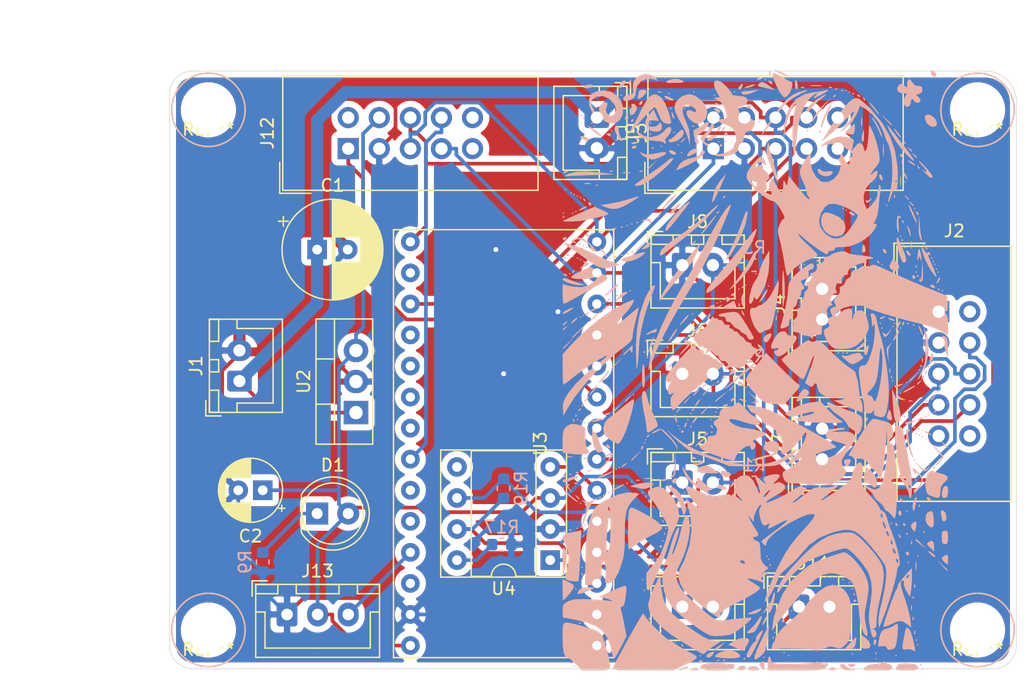
<source format=kicad_pcb>
(kicad_pcb (version 20171130) (host pcbnew "(5.1.2)-2")
  (layers (0 F.Cu signal) (31 B.Cu signal) (34 B.Paste user) (35 F.Paste user) (36 B.SilkS user) (37 F.SilkS user) (38 B.Mask user) (39 F.Mask user) (44 Edge.Cuts user))
  (net 0 "")
  (net 1 +BATT)
  (net 2 GND)
  (net 3 +5V)
  (net 4 "Net-(D1-Pad1)")
  (net 5 "Net-(J2-Pad10)")
  (net 6 "Net-(J2-Pad9)")
  (net 7 /CS0)
  (net 8 /DOUT)
  (net 9 /SCK)
  (net 10 /DIN)
  (net 11 "Net-(J2-Pad2)")
  (net 12 /Busy0)
  (net 13 "Net-(J5-Pad2)")
  (net 14 "Net-(J6-Pad2)")
  (net 15 "Net-(J8-Pad2)")
  (net 16 /Busy1)
  (net 17 "Net-(J9-Pad2)")
  (net 18 /CS1)
  (net 19 "Net-(J9-Pad9)")
  (net 20 "Net-(J9-Pad10)")
  (net 21 /canH)
  (net 22 /canL)
  (net 23 /Busy2)
  (net 24 "Net-(J12-Pad2)")
  (net 25 /CS2)
  (net 26 "Net-(J12-Pad9)")
  (net 27 "Net-(J12-Pad10)")
  (net 28 "Net-(J13-Pad3)")
  (net 29 "Net-(R17-Pad2)")
  (net 30 "Net-(U3-Pad2)")
  (net 31 "Net-(U3-Pad3)")
  (net 32 /cantx)
  (net 33 /canrx)
  (net 34 "Net-(U3-Pad16)")
  (net 35 "Net-(U3-Pad18)")
  (net 36 "Net-(U3-Pad19)")
  (net 37 "Net-(U3-Pad20)")
  (net 38 "Net-(U3-Pad21)")
  (net 39 "Net-(U3-Pad23)")
  (net 40 "Net-(U3-Pad24)")
  (net 41 +3V3)
  (net 42 "Net-(U4-Pad5)")
  (module Logo:monobeno (layer B.Cu) (at 153.67 127.635 180)
    (fp_text reference G*** hide)
    (fp_text value LOGO hide)
  )
  (module Yoshiko:hole (layer F.Cu) (at 108.585 106.045)
    (fp_text reference REF** (at 0 1.6) (layer F.SilkS))
    (fp_text value hole)
    (pad "" np_thru_hole circle (at 0 0) (size 3.5 3.5) (drill 3.5) (layers *.Cu *.Mask))
  )
  (module Yoshiko:hole (layer F.Cu) (at 108.585 148.59)
    (fp_text reference REF** (at 0 1.6) (layer F.SilkS))
    (fp_text value hole)
    (pad "" np_thru_hole circle (at 0 0) (size 3.5 3.5) (drill 3.5) (layers *.Cu *.Mask))
  )
  (module Yoshiko:hole (layer F.Cu) (at 171.45 148.59)
    (fp_text reference REF** (at 0 1.6) (layer F.SilkS))
    (fp_text value hole)
    (pad "" np_thru_hole circle (at 0 0) (size 3.5 3.5) (drill 3.5) (layers *.Cu *.Mask))
  )
  (module Yoshiko:hole (layer F.Cu) (at 171.45 106.045)
    (fp_text reference REF** (at 0 1.6) (layer F.SilkS))
    (fp_text value hole)
    (pad "" np_thru_hole circle (at 0 0) (size 3.5 3.5) (drill 3.5) (layers *.Cu *.Mask))
  )
  (module Capacitor_THT:CP_Radial_D8.0mm_P2.50mm (layer F.Cu) (at 117.475 117.475)
    (fp_text reference C1 (at 1.25 -5.25) (layer F.SilkS))
    (fp_text value 220u)
    (pad 1 thru_hole rect (at 0 0) (size 1.6 1.6) (drill 0.8) (layers *.Cu *.Mask) (net 1 +BATT))
    (pad 2 thru_hole circle (at 2.5 0) (size 1.6 1.6) (drill 0.8) (layers *.Cu *.Mask) (net 2 GND))
  )
  (module Capacitor_THT:CP_Radial_D5.0mm_P2.00mm (layer F.Cu) (at 113.03 137.16 180)
    (fp_text reference C2 (at 1 -3.75) (layer F.SilkS))
    (fp_text value 100u)
    (pad 1 thru_hole rect (at 0 0 180) (size 1.6 1.6) (drill 0.8) (layers *.Cu *.Mask) (net 3 +5V))
    (pad 2 thru_hole circle (at 2 0 180) (size 1.6 1.6) (drill 0.8) (layers *.Cu *.Mask) (net 2 GND))
  )
  (module Connector_JST:JST_XH_B2B-XH-A_1x02_P2.50mm_Vertical (layer F.Cu) (at 111.125 128.23 90)
    (fp_text reference J1 (at 1.25 -3.55 90) (layer F.SilkS))
    (fp_text value battery)
    (pad 1 thru_hole roundrect (at 0 0 90) (size 1.7 2) (drill 1) (layers *.Cu *.Mask) (roundrect_rratio 0.147059) (net 1 +BATT))
    (pad 2 thru_hole oval (at 2.5 0 90) (size 1.7 2) (drill 1) (layers *.Cu *.Mask) (net 2 GND))
  )
  (module Connector_IDC:IDC-Header_2x05_P2.54mm_Vertical (layer F.Cu) (at 168.275 122.555)
    (fp_text reference J2 (at 1.27 -6.604) (layer F.SilkS))
    (fp_text value step0)
    (pad 10 thru_hole oval (at 2.54 10.16) (size 1.7272 1.7272) (drill 1.016) (layers *.Cu *.Mask) (net 5 "Net-(J2-Pad10)"))
    (pad 9 thru_hole oval (at 0 10.16) (size 1.7272 1.7272) (drill 1.016) (layers *.Cu *.Mask) (net 6 "Net-(J2-Pad9)"))
    (pad 8 thru_hole oval (at 2.54 7.62) (size 1.7272 1.7272) (drill 1.016) (layers *.Cu *.Mask) (net 7 /CS0))
    (pad 7 thru_hole oval (at 0 7.62) (size 1.7272 1.7272) (drill 1.016) (layers *.Cu *.Mask) (net 8 /DOUT))
    (pad 6 thru_hole oval (at 2.54 5.08) (size 1.7272 1.7272) (drill 1.016) (layers *.Cu *.Mask) (net 9 /SCK))
    (pad 5 thru_hole oval (at 0 5.08) (size 1.7272 1.7272) (drill 1.016) (layers *.Cu *.Mask) (net 10 /DIN))
    (pad 4 thru_hole oval (at 2.54 2.54) (size 1.7272 1.7272) (drill 1.016) (layers *.Cu *.Mask) (net 3 +5V))
    (pad 3 thru_hole oval (at 0 2.54) (size 1.7272 1.7272) (drill 1.016) (layers *.Cu *.Mask) (net 2 GND))
    (pad 2 thru_hole oval (at 2.54 0) (size 1.7272 1.7272) (drill 1.016) (layers *.Cu *.Mask) (net 11 "Net-(J2-Pad2)"))
    (pad 1 thru_hole rect (at 0 0) (size 1.7272 1.7272) (drill 1.016) (layers *.Cu *.Mask) (net 12 /Busy0))
  )
  (module Connector_JST:JST_XH_B2B-XH-A_1x02_P2.50mm_Vertical (layer F.Cu) (at 140.335 106.68 270)
    (fp_text reference J3 (at 1.25 -3.55 90) (layer F.SilkS))
    (fp_text value pw)
    (pad 1 thru_hole roundrect (at 0 0 270) (size 1.7 2) (drill 1) (layers *.Cu *.Mask) (roundrect_rratio 0.147059) (net 1 +BATT))
    (pad 2 thru_hole oval (at 2.5 0 270) (size 1.7 2) (drill 1) (layers *.Cu *.Mask) (net 2 GND))
  )
  (module Connector_JST:JST_XH_B2B-XH-A_1x02_P2.50mm_Vertical (layer F.Cu) (at 158.75 123.19 90)
    (fp_text reference J4 (at 1.25 -3.55 90) (layer F.SilkS))
    (fp_text value pw)
    (pad 2 thru_hole oval (at 2.5 0 90) (size 1.7 2) (drill 1) (layers *.Cu *.Mask) (net 2 GND))
    (pad 1 thru_hole roundrect (at 0 0 90) (size 1.7 2) (drill 1) (layers *.Cu *.Mask) (roundrect_rratio 0.147059) (net 1 +BATT))
  )
  (module Connector_JST:JST_XH_B2B-XH-A_1x02_P2.50mm_Vertical (layer F.Cu) (at 147.32 136.525)
    (fp_text reference J5 (at 1.25 -3.55) (layer F.SilkS))
    (fp_text value limit0)
    (pad 2 thru_hole oval (at 2.5 0) (size 1.7 2) (drill 1) (layers *.Cu *.Mask) (net 13 "Net-(J5-Pad2)"))
    (pad 1 thru_hole roundrect (at 0 0) (size 1.7 2) (drill 1) (layers *.Cu *.Mask) (roundrect_rratio 0.147059) (net 2 GND))
  )
  (module Connector_JST:JST_XH_B2B-XH-A_1x02_P2.50mm_Vertical (layer F.Cu) (at 147.32 127.635)
    (fp_text reference J6 (at 1.25 -3.55) (layer F.SilkS))
    (fp_text value limit1)
    (pad 1 thru_hole roundrect (at 0 0) (size 1.7 2) (drill 1) (layers *.Cu *.Mask) (roundrect_rratio 0.147059) (net 2 GND))
    (pad 2 thru_hole oval (at 2.5 0) (size 1.7 2) (drill 1) (layers *.Cu *.Mask) (net 14 "Net-(J6-Pad2)"))
  )
  (module Connector_JST:JST_XH_B2B-XH-A_1x02_P2.50mm_Vertical (layer F.Cu) (at 158.75 134.62 90)
    (fp_text reference J7 (at 1.25 -3.55 90) (layer F.SilkS))
    (fp_text value pw)
    (pad 1 thru_hole roundrect (at 0 0 90) (size 1.7 2) (drill 1) (layers *.Cu *.Mask) (roundrect_rratio 0.147059) (net 1 +BATT))
    (pad 2 thru_hole oval (at 2.5 0 90) (size 1.7 2) (drill 1) (layers *.Cu *.Mask) (net 2 GND))
  )
  (module Connector_JST:JST_XH_B2B-XH-A_1x02_P2.50mm_Vertical (layer F.Cu) (at 147.32 118.745)
    (fp_text reference J8 (at 1.25 -3.55) (layer F.SilkS))
    (fp_text value limit2)
    (pad 2 thru_hole oval (at 2.5 0) (size 1.7 2) (drill 1) (layers *.Cu *.Mask) (net 15 "Net-(J8-Pad2)"))
    (pad 1 thru_hole roundrect (at 0 0) (size 1.7 2) (drill 1) (layers *.Cu *.Mask) (roundrect_rratio 0.147059) (net 2 GND))
  )
  (module Connector_IDC:IDC-Header_2x05_P2.54mm_Vertical (layer F.Cu) (at 149.86 109.22 90)
    (fp_text reference J9 (at 1.27 -6.604 90) (layer F.SilkS))
    (fp_text value step1)
    (pad 1 thru_hole rect (at 0 0 90) (size 1.7272 1.7272) (drill 1.016) (layers *.Cu *.Mask) (net 16 /Busy1))
    (pad 2 thru_hole oval (at 2.54 0 90) (size 1.7272 1.7272) (drill 1.016) (layers *.Cu *.Mask) (net 17 "Net-(J9-Pad2)"))
    (pad 3 thru_hole oval (at 0 2.54 90) (size 1.7272 1.7272) (drill 1.016) (layers *.Cu *.Mask) (net 2 GND))
    (pad 4 thru_hole oval (at 2.54 2.54 90) (size 1.7272 1.7272) (drill 1.016) (layers *.Cu *.Mask) (net 3 +5V))
    (pad 5 thru_hole oval (at 0 5.08 90) (size 1.7272 1.7272) (drill 1.016) (layers *.Cu *.Mask) (net 10 /DIN))
    (pad 6 thru_hole oval (at 2.54 5.08 90) (size 1.7272 1.7272) (drill 1.016) (layers *.Cu *.Mask) (net 9 /SCK))
    (pad 7 thru_hole oval (at 0 7.62 90) (size 1.7272 1.7272) (drill 1.016) (layers *.Cu *.Mask) (net 8 /DOUT))
    (pad 8 thru_hole oval (at 2.54 7.62 90) (size 1.7272 1.7272) (drill 1.016) (layers *.Cu *.Mask) (net 18 /CS1))
    (pad 9 thru_hole oval (at 0 10.16 90) (size 1.7272 1.7272) (drill 1.016) (layers *.Cu *.Mask) (net 19 "Net-(J9-Pad9)"))
    (pad 10 thru_hole oval (at 2.54 10.16 90) (size 1.7272 1.7272) (drill 1.016) (layers *.Cu *.Mask) (net 20 "Net-(J9-Pad10)"))
  )
  (module Connector_JST:JST_XH_B2B-XH-A_1x02_P2.50mm_Vertical (layer F.Cu) (at 147.32 146.685)
    (fp_text reference J10 (at 1.25 -3.55) (layer F.SilkS))
    (fp_text value can1)
    (pad 2 thru_hole oval (at 2.5 0) (size 1.7 2) (drill 1) (layers *.Cu *.Mask) (net 21 /canH))
    (pad 1 thru_hole roundrect (at 0 0) (size 1.7 2) (drill 1) (layers *.Cu *.Mask) (roundrect_rratio 0.147059) (net 22 /canL))
  )
  (module Connector_JST:JST_XH_B2B-XH-A_1x02_P2.50mm_Vertical (layer F.Cu) (at 156.845 146.685)
    (fp_text reference J11 (at 1.25 -3.55) (layer F.SilkS))
    (fp_text value can2)
    (pad 1 thru_hole roundrect (at 0 0) (size 1.7 2) (drill 1) (layers *.Cu *.Mask) (roundrect_rratio 0.147059) (net 22 /canL))
    (pad 2 thru_hole oval (at 2.5 0) (size 1.7 2) (drill 1) (layers *.Cu *.Mask) (net 21 /canH))
  )
  (module Connector_IDC:IDC-Header_2x05_P2.54mm_Vertical (layer F.Cu) (at 120.015 109.22 90)
    (fp_text reference J12 (at 1.27 -6.604 90) (layer F.SilkS))
    (fp_text value step2)
    (pad 1 thru_hole rect (at 0 0 90) (size 1.7272 1.7272) (drill 1.016) (layers *.Cu *.Mask) (net 23 /Busy2))
    (pad 2 thru_hole oval (at 2.54 0 90) (size 1.7272 1.7272) (drill 1.016) (layers *.Cu *.Mask) (net 24 "Net-(J12-Pad2)"))
    (pad 3 thru_hole oval (at 0 2.54 90) (size 1.7272 1.7272) (drill 1.016) (layers *.Cu *.Mask) (net 2 GND))
    (pad 4 thru_hole oval (at 2.54 2.54 90) (size 1.7272 1.7272) (drill 1.016) (layers *.Cu *.Mask) (net 3 +5V))
    (pad 5 thru_hole oval (at 0 5.08 90) (size 1.7272 1.7272) (drill 1.016) (layers *.Cu *.Mask) (net 10 /DIN))
    (pad 6 thru_hole oval (at 2.54 5.08 90) (size 1.7272 1.7272) (drill 1.016) (layers *.Cu *.Mask) (net 9 /SCK))
    (pad 7 thru_hole oval (at 0 7.62 90) (size 1.7272 1.7272) (drill 1.016) (layers *.Cu *.Mask) (net 8 /DOUT))
    (pad 8 thru_hole oval (at 2.54 7.62 90) (size 1.7272 1.7272) (drill 1.016) (layers *.Cu *.Mask) (net 25 /CS2))
    (pad 9 thru_hole oval (at 0 10.16 90) (size 1.7272 1.7272) (drill 1.016) (layers *.Cu *.Mask) (net 26 "Net-(J12-Pad9)"))
    (pad 10 thru_hole oval (at 2.54 10.16 90) (size 1.7272 1.7272) (drill 1.016) (layers *.Cu *.Mask) (net 27 "Net-(J12-Pad10)"))
  )
  (module Connector_JST:JST_XH_B3B-XH-A_1x03_P2.50mm_Vertical (layer F.Cu) (at 115.015 147.32)
    (fp_text reference J13 (at 2.5 -3.55) (layer F.SilkS))
    (fp_text value Servo)
    (pad 1 thru_hole roundrect (at 0 0) (size 1.7 1.95) (drill 0.95) (layers *.Cu *.Mask) (roundrect_rratio 0.147059) (net 2 GND))
    (pad 2 thru_hole oval (at 2.5 0) (size 1.7 1.95) (drill 0.95) (layers *.Cu *.Mask) (net 3 +5V))
    (pad 3 thru_hole oval (at 5 0) (size 1.7 1.95) (drill 0.95) (layers *.Cu *.Mask) (net 28 "Net-(J13-Pad3)"))
  )
  (module Resistor_SMD:R_0603_1608Metric (layer B.Cu) (at 153.188 136.525 180)
    (fp_text reference R1 (at 0 1.43) (layer B.SilkS) (effects (justify mirror)))
    (fp_text value R)
    (pad 2 smd roundrect (at 0.7875 0 180) (size 0.875 0.95) (layers B.Cu B.Paste B.Mask) (net 13 "Net-(J5-Pad2)"))
    (pad 1 smd roundrect (at -0.7875 0 180) (size 0.875 0.95) (layers B.Cu B.Paste B.Mask) (net 3 +5V))
  )
  (module Resistor_SMD:R_0603_1608Metric (layer B.Cu) (at 153.188 127.635 180)
    (fp_text reference R2 (at 0 1.43 180) (layer B.SilkS) (effects (justify mirror)))
    (fp_text value R)
    (pad 1 smd roundrect (at -0.7875 0 180) (size 0.875 0.95) (layers B.Cu B.Paste B.Mask) (net 3 +5V))
    (pad 2 smd roundrect (at 0.7875 0 180) (size 0.875 0.95) (layers B.Cu B.Paste B.Mask) (net 14 "Net-(J6-Pad2)"))
  )
  (module Resistor_SMD:R_0603_1608Metric (layer B.Cu) (at 153.188 118.745 180)
    (fp_text reference R3 (at 0 1.43 180) (layer B.SilkS) (effects (justify mirror)))
    (fp_text value R)
    (pad 1 smd roundrect (at -0.7875 0 180) (size 0.875 0.95) (layers B.Cu B.Paste B.Mask) (net 3 +5V))
    (pad 2 smd roundrect (at 0.7875 0 180) (size 0.875 0.95) (layers B.Cu B.Paste B.Mask) (net 15 "Net-(J8-Pad2)"))
  )
  (module Resistor_SMD:R_0603_1608Metric (layer B.Cu) (at 113.03 143.028 270)
    (fp_text reference R9 (at 0 1.43 270) (layer B.SilkS) (effects (justify mirror)))
    (fp_text value 100)
    (pad 2 smd roundrect (at 0.7875 0 270) (size 0.875 0.95) (layers B.Cu B.Paste B.Mask) (net 2 GND))
    (pad 1 smd roundrect (at -0.7875 0 270) (size 0.875 0.95) (layers B.Cu B.Paste B.Mask) (net 4 "Net-(D1-Pad1)"))
  )
  (module Resistor_SMD:R_0603_1608Metric (layer B.Cu) (at 132.562 141.605 180)
    (fp_text reference R17 (at 0 1.43) (layer B.SilkS) (effects (justify mirror)))
    (fp_text value 10k)
    (pad 1 smd roundrect (at -0.7875 0 180) (size 0.875 0.95) (layers B.Cu B.Paste B.Mask) (net 2 GND))
    (pad 2 smd roundrect (at 0.7875 0 180) (size 0.875 0.95) (layers B.Cu B.Paste B.Mask) (net 29 "Net-(R17-Pad2)"))
  )
  (module Resistor_SMD:R_0603_1608Metric (layer B.Cu) (at 132.715 137.008 90)
    (fp_text reference R19 (at 0 1.43 90) (layer B.SilkS) (effects (justify mirror)))
    (fp_text value 120)
    (pad 2 smd roundrect (at 0.7875 0 90) (size 0.875 0.95) (layers B.Cu B.Paste B.Mask) (net 22 /canL))
    (pad 1 smd roundrect (at -0.7875 0 90) (size 0.875 0.95) (layers B.Cu B.Paste B.Mask) (net 21 /canH))
  )
  (module Package_TO_SOT_THT:TO-220-3_Vertical (layer F.Cu) (at 120.65 130.81 90)
    (fp_text reference U2 (at 2.54 -4.27 90) (layer F.SilkS))
    (fp_text value L7805)
    (pad 1 thru_hole rect (at 0 0 90) (size 1.905 2) (drill 1.1) (layers *.Cu *.Mask) (net 1 +BATT))
    (pad 2 thru_hole oval (at 2.54 0 90) (size 1.905 2) (drill 1.1) (layers *.Cu *.Mask) (net 2 GND))
    (pad 3 thru_hole oval (at 5.08 0 90) (size 1.905 2) (drill 1.1) (layers *.Cu *.Mask) (net 3 +5V))
  )
  (module Yoshiko:teensy3.2 (layer F.Cu) (at 132.715 133.35 90)
    (fp_text reference U3 (at 0 3 90) (layer F.SilkS))
    (fp_text value teensy3.2)
    (pad 1 thru_hole circle (at -16.51 7.62 90) (size 1.524 1.524) (drill 0.762) (layers *.Cu *.Mask) (net 2 GND))
    (pad 2 thru_hole circle (at -13.97 7.62 90) (size 1.524 1.524) (drill 0.762) (layers *.Cu *.Mask) (net 30 "Net-(U3-Pad2)"))
    (pad 3 thru_hole circle (at -11.43 7.62 90) (size 1.524 1.524) (drill 0.762) (layers *.Cu *.Mask) (net 31 "Net-(U3-Pad3)"))
    (pad 4 thru_hole circle (at -8.89 7.62 90) (size 1.524 1.524) (drill 0.762) (layers *.Cu *.Mask) (net 13 "Net-(J5-Pad2)"))
    (pad 5 thru_hole circle (at -6.35 7.62 90) (size 1.524 1.524) (drill 0.762) (layers *.Cu *.Mask) (net 32 /cantx))
    (pad 6 thru_hole circle (at -3.81 7.62 90) (size 1.524 1.524) (drill 0.762) (layers *.Cu *.Mask) (net 33 /canrx))
    (pad 7 thru_hole circle (at -1.27 7.62 90) (size 1.524 1.524) (drill 0.762) (layers *.Cu *.Mask) (net 14 "Net-(J6-Pad2)"))
    (pad 8 thru_hole circle (at 1.27 7.62 90) (size 1.524 1.524) (drill 0.762) (layers *.Cu *.Mask) (net 15 "Net-(J8-Pad2)"))
    (pad 9 thru_hole circle (at 3.81 7.62 90) (size 1.524 1.524) (drill 0.762) (layers *.Cu *.Mask) (net 23 /Busy2))
    (pad 10 thru_hole circle (at 6.35 7.62 90) (size 1.524 1.524) (drill 0.762) (layers *.Cu *.Mask) (net 16 /Busy1))
    (pad 11 thru_hole circle (at 8.89 7.62 90) (size 1.524 1.524) (drill 0.762) (layers *.Cu *.Mask) (net 12 /Busy0))
    (pad 12 thru_hole circle (at 11.43 7.62 90) (size 1.524 1.524) (drill 0.762) (layers *.Cu *.Mask) (net 7 /CS0))
    (pad 13 thru_hole circle (at 13.97 7.62 90) (size 1.524 1.524) (drill 0.762) (layers *.Cu *.Mask) (net 8 /DOUT))
    (pad 14 thru_hole circle (at 16.51 7.62 90) (size 1.524 1.524) (drill 0.762) (layers *.Cu *.Mask) (net 10 /DIN))
    (pad 15 thru_hole circle (at 16.51 -7.62 90) (size 1.524 1.524) (drill 0.762) (layers *.Cu *.Mask) (net 9 /SCK))
    (pad 16 thru_hole circle (at 13.97 -7.62 90) (size 1.524 1.524) (drill 0.762) (layers *.Cu *.Mask) (net 34 "Net-(U3-Pad16)"))
    (pad 17 thru_hole circle (at 11.43 -7.62 90) (size 1.524 1.524) (drill 0.762) (layers *.Cu *.Mask) (net 18 /CS1))
    (pad 18 thru_hole circle (at 8.89 -7.62 90) (size 1.524 1.524) (drill 0.762) (layers *.Cu *.Mask) (net 35 "Net-(U3-Pad18)"))
    (pad 19 thru_hole circle (at 6.35 -7.62 90) (size 1.524 1.524) (drill 0.762) (layers *.Cu *.Mask) (net 36 "Net-(U3-Pad19)"))
    (pad 20 thru_hole circle (at 3.81 -7.62 90) (size 1.524 1.524) (drill 0.762) (layers *.Cu *.Mask) (net 37 "Net-(U3-Pad20)"))
    (pad 21 thru_hole circle (at 1.27 -7.62 90) (size 1.524 1.524) (drill 0.762) (layers *.Cu *.Mask) (net 38 "Net-(U3-Pad21)"))
    (pad 22 thru_hole circle (at -1.27 -7.62 90) (size 1.524 1.524) (drill 0.762) (layers *.Cu *.Mask) (net 25 /CS2))
    (pad 23 thru_hole circle (at -3.81 -7.62 90) (size 1.524 1.524) (drill 0.762) (layers *.Cu *.Mask) (net 39 "Net-(U3-Pad23)"))
    (pad 24 thru_hole circle (at -6.35 -7.62 90) (size 1.524 1.524) (drill 0.762) (layers *.Cu *.Mask) (net 40 "Net-(U3-Pad24)"))
    (pad 25 thru_hole circle (at -8.89 -7.62 90) (size 1.524 1.524) (drill 0.762) (layers *.Cu *.Mask) (net 28 "Net-(J13-Pad3)"))
    (pad 26 thru_hole circle (at -11.43 -7.62 90) (size 1.524 1.524) (drill 0.762) (layers *.Cu *.Mask) (net 41 +3V3))
    (pad 27 thru_hole circle (at -13.97 -7.62 90) (size 1.524 1.524) (drill 0.762) (layers *.Cu *.Mask) (net 2 GND))
    (pad 28 thru_hole circle (at -16.51 -7.62 90) (size 1.524 1.524) (drill 0.762) (layers *.Cu *.Mask) (net 3 +5V))
  )
  (module Package_DIP:DIP-8_W7.62mm_Socket (layer F.Cu) (at 136.525 142.875 180)
    (fp_text reference U4 (at 3.81 -2.33) (layer F.SilkS))
    (fp_text value MCP2551-I-P)
    (pad 1 thru_hole rect (at 0 0 180) (size 1.6 1.6) (drill 0.8) (layers *.Cu *.Mask) (net 32 /cantx))
    (pad 5 thru_hole oval (at 7.62 7.62 180) (size 1.6 1.6) (drill 0.8) (layers *.Cu *.Mask) (net 42 "Net-(U4-Pad5)"))
    (pad 2 thru_hole oval (at 0 2.54 180) (size 1.6 1.6) (drill 0.8) (layers *.Cu *.Mask) (net 2 GND))
    (pad 6 thru_hole oval (at 7.62 5.08 180) (size 1.6 1.6) (drill 0.8) (layers *.Cu *.Mask) (net 22 /canL))
    (pad 3 thru_hole oval (at 0 5.08 180) (size 1.6 1.6) (drill 0.8) (layers *.Cu *.Mask) (net 3 +5V))
    (pad 7 thru_hole oval (at 7.62 2.54 180) (size 1.6 1.6) (drill 0.8) (layers *.Cu *.Mask) (net 21 /canH))
    (pad 4 thru_hole oval (at 0 7.62 180) (size 1.6 1.6) (drill 0.8) (layers *.Cu *.Mask) (net 33 /canrx))
    (pad 8 thru_hole oval (at 7.62 0 180) (size 1.6 1.6) (drill 0.8) (layers *.Cu *.Mask) (net 29 "Net-(R17-Pad2)"))
  )
  (module LED_THT:LED_D5.0mm (layer F.Cu) (at 117.475 139.065)
    (fp_text reference D1 (at 1.27 -3.96) (layer F.SilkS))
    (fp_text value LED_power)
    (pad 1 thru_hole rect (at 0 0) (size 1.8 1.8) (drill 0.9) (layers *.Cu *.Mask) (net 4 "Net-(D1-Pad1)"))
    (pad 2 thru_hole circle (at 2.54 0) (size 1.8 1.8) (drill 0.9) (layers *.Cu *.Mask) (net 3 +5V))
  )
  (gr_line (start 107.315 151.765) (end 172.72 151.765) (layer Edge.Cuts) (width 0.05))
  (gr_line (start 105.41 104.775) (end 105.41 149.86) (layer Edge.Cuts) (width 0.05))
  (gr_line (start 172.085 102.87) (end 107.315 102.87) (layer Edge.Cuts) (width 0.05))
  (gr_line (start 174.625 149.86) (end 174.625 105.41) (layer Edge.Cuts) (width 0.05))
  (gr_arc (start 172.72 149.86) (end 172.72 151.765) (angle -90) (layer Edge.Cuts) (width 0.05))
  (gr_arc (start 107.315 149.86) (end 105.41 149.86) (angle -90) (layer Edge.Cuts) (width 0.05))
  (gr_arc (start 107.315 104.775) (end 107.315 102.87) (angle -90) (layer Edge.Cuts) (width 0.05))
  (gr_arc (start 172.085 105.41) (end 174.625 105.41) (angle -90) (layer Edge.Cuts) (width 0.05))
  (segment (start 111.125 128.23) (end 113.705 130.81) (width 0.3) (layer F.Cu) (net 1))
  (segment (start 113.705 130.81) (end 120.65 130.81) (width 0.3) (layer F.Cu) (net 1))
  (segment (start 117.475 121.88) (end 117.475 117.475) (width 1) (layer B.Cu) (net 1))
  (segment (start 111.125 128.23) (end 117.475 121.88) (width 1) (layer B.Cu) (net 1))
  (segment (start 139.429447 105.774447) (end 140.335 106.68) (width 1) (layer B.Cu) (net 1))
  (segment (start 138.25519 104.60019) (end 139.429447 105.774447) (width 1) (layer B.Cu) (net 1))
  (segment (start 119.78068 104.60019) (end 138.25519 104.60019) (width 1) (layer B.Cu) (net 1))
  (segment (start 117.475 106.90587) (end 119.78068 104.60019) (width 1) (layer B.Cu) (net 1))
  (segment (start 117.475 117.475) (end 117.475 106.90587) (width 1) (layer B.Cu) (net 1))
  (segment (start 161.583601 120.356399) (end 158.75 123.19) (width 1) (layer B.Cu) (net 1))
  (segment (start 161.583601 105.929471) (end 161.583601 120.356399) (width 1) (layer B.Cu) (net 1))
  (segment (start 160.42913 104.775) (end 161.583601 105.929471) (width 1) (layer B.Cu) (net 1))
  (segment (start 140.335 106.68) (end 142.24 104.775) (width 1) (layer B.Cu) (net 1))
  (segment (start 142.24 104.775) (end 160.42913 104.775) (width 1) (layer B.Cu) (net 1))
  (segment (start 159.655553 133.714447) (end 158.75 134.62) (width 1) (layer B.Cu) (net 1))
  (segment (start 160.45001 132.91999) (end 159.655553 133.714447) (width 1) (layer B.Cu) (net 1))
  (segment (start 160.45001 131.477965) (end 160.45001 132.91999) (width 1) (layer B.Cu) (net 1))
  (segment (start 158.75 129.777955) (end 160.45001 131.477965) (width 1) (layer B.Cu) (net 1))
  (segment (start 158.75 123.19) (end 158.75 129.777955) (width 1) (layer B.Cu) (net 1))
  (segment (start 147.32 118.745) (end 147.32 115.5139) (width 0.3) (layer B.Cu) (net 2))
  (segment (start 147.32 115.5139) (end 152.4 110.4339) (width 0.3) (layer B.Cu) (net 2))
  (segment (start 152.4 109.22) (end 152.4 110.4339) (width 0.3) (layer B.Cu) (net 2))
  (segment (start 111.125 126.0574) (end 111.0346 126.0574) (width 0.3) (layer F.Cu) (net 2))
  (segment (start 111.0346 126.0574) (end 109.7109 127.3811) (width 0.3) (layer F.Cu) (net 2))
  (segment (start 109.7109 127.3811) (end 109.7109 135.8409) (width 0.3) (layer F.Cu) (net 2))
  (segment (start 109.7109 135.8409) (end 111.03 137.16) (width 0.3) (layer F.Cu) (net 2))
  (segment (start 120.65 128.27) (end 118.4374 126.0574) (width 0.3) (layer F.Cu) (net 2))
  (segment (start 118.4374 126.0574) (end 111.125 126.0574) (width 0.3) (layer F.Cu) (net 2))
  (segment (start 158.75 120.69) (end 149.265 120.69) (width 0.3) (layer F.Cu) (net 2))
  (segment (start 149.265 120.69) (end 147.32 118.745) (width 0.3) (layer F.Cu) (net 2))
  (segment (start 136.525 140.335) (end 135.3747 140.335) (width 0.3) (layer B.Cu) (net 2))
  (segment (start 135.3747 140.335) (end 134.1047 141.605) (width 0.3) (layer B.Cu) (net 2))
  (segment (start 134.1047 141.605) (end 133.3495 141.605) (width 0.3) (layer B.Cu) (net 2))
  (segment (start 133.3495 142.8745) (end 133.3495 141.605) (width 0.3) (layer B.Cu) (net 2))
  (segment (start 140.335 149.86) (end 133.3495 142.8745) (width 0.3) (layer B.Cu) (net 2))
  (segment (start 133.3495 142.8745) (end 128.904 147.32) (width 0.3) (layer B.Cu) (net 2))
  (segment (start 128.904 147.32) (end 125.095 147.32) (width 0.3) (layer B.Cu) (net 2))
  (segment (start 111.125 125.73) (end 111.125 126.0574) (width 0.3) (layer F.Cu) (net 2))
  (segment (start 111.03 137.16) (end 111.03 141.8155) (width 0.3) (layer B.Cu) (net 2))
  (segment (start 111.03 141.8155) (end 113.03 143.8155) (width 0.3) (layer B.Cu) (net 2))
  (segment (start 115.015 147.32) (end 116.3534 145.9816) (width 0.3) (layer F.Cu) (net 2))
  (segment (start 116.3534 145.9816) (end 123.7566 145.9816) (width 0.3) (layer F.Cu) (net 2))
  (segment (start 123.7566 145.9816) (end 125.095 147.32) (width 0.3) (layer F.Cu) (net 2))
  (segment (start 147.32 127.635) (end 147.32 136.525) (width 0.3) (layer B.Cu) (net 2))
  (segment (start 113.03 143.8155) (end 113.03 145.335) (width 0.3) (layer B.Cu) (net 2))
  (segment (start 113.03 145.335) (end 115.015 147.32) (width 0.3) (layer B.Cu) (net 2))
  (segment (start 136.525 140.335) (end 137.6753 140.335) (width 0.3) (layer F.Cu) (net 2))
  (segment (start 137.6753 140.335) (end 139.5803 138.43) (width 0.3) (layer F.Cu) (net 2))
  (segment (start 139.5803 138.43) (end 145.415 138.43) (width 0.3) (layer F.Cu) (net 2))
  (segment (start 145.415 138.43) (end 147.32 136.525) (width 0.3) (layer F.Cu) (net 2))
  (segment (start 119.975 117.475) (end 119.175 116.675) (width 1) (layer F.Cu) (net 2))
  (segment (start 119.175 116.675) (end 119.175 116.315) (width 1) (layer F.Cu) (net 2))
  (segment (start 119.175 116.315) (end 118.835 115.975) (width 1) (layer F.Cu) (net 2))
  (segment (start 116.114998 115.975) (end 117.245 115.975) (width 1) (layer F.Cu) (net 2))
  (segment (start 111.125 120.964998) (end 116.114998 115.975) (width 1) (layer F.Cu) (net 2))
  (segment (start 111.125 125.73) (end 111.125 120.964998) (width 1) (layer F.Cu) (net 2))
  (segment (start 118.835 115.975) (end 117.245 115.975) (width 1) (layer F.Cu) (net 2))
  (segment (start 160.25962 104.60549) (end 161.583601 105.929471) (width 1) (layer F.Cu) (net 2))
  (segment (start 161.583601 127.436399) (end 158.75 130.27) (width 1) (layer F.Cu) (net 2))
  (segment (start 115.8 108.58087) (end 119.77538 104.60549) (width 1) (layer F.Cu) (net 2))
  (segment (start 115.8 115.975) (end 115.8 108.58087) (width 1) (layer F.Cu) (net 2))
  (segment (start 117.245 115.975) (end 115.8 115.975) (width 1) (layer F.Cu) (net 2))
  (segment (start 158.75 130.27) (end 158.75 132.12) (width 1) (layer F.Cu) (net 2))
  (segment (start 161.25 120.69) (end 161.583601 120.356399) (width 1) (layer F.Cu) (net 2))
  (segment (start 158.75 120.69) (end 161.25 120.69) (width 1) (layer F.Cu) (net 2))
  (segment (start 161.583601 105.929471) (end 161.583601 120.356399) (width 1) (layer F.Cu) (net 2))
  (segment (start 161.925 125.095) (end 161.583601 124.753601) (width 0.3) (layer F.Cu) (net 2))
  (segment (start 168.275 125.095) (end 161.925 125.095) (width 0.3) (layer F.Cu) (net 2))
  (segment (start 161.583601 120.356399) (end 161.583601 124.753601) (width 1) (layer F.Cu) (net 2))
  (segment (start 161.583601 124.753601) (end 161.583601 127.436399) (width 1) (layer F.Cu) (net 2))
  (segment (start 123.881399 105.014581) (end 124.29049 104.60549) (width 0.3) (layer F.Cu) (net 2))
  (segment (start 123.881399 107.893601) (end 123.881399 105.014581) (width 0.3) (layer F.Cu) (net 2))
  (segment (start 122.555 109.22) (end 123.881399 107.893601) (width 0.3) (layer F.Cu) (net 2))
  (segment (start 119.77538 104.60549) (end 124.29049 104.60549) (width 1) (layer F.Cu) (net 2))
  (segment (start 143.04451 106.66401) (end 143.04451 104.60549) (width 1) (layer F.Cu) (net 2))
  (segment (start 140.52852 109.18) (end 143.04451 106.66401) (width 1) (layer F.Cu) (net 2))
  (segment (start 140.335 109.18) (end 140.52852 109.18) (width 1) (layer F.Cu) (net 2))
  (segment (start 124.29049 104.60549) (end 143.04451 104.60549) (width 1) (layer F.Cu) (net 2))
  (segment (start 143.04451 104.60549) (end 160.25962 104.60549) (width 1) (layer F.Cu) (net 2))
  (via (at 132.08 117.475) (size 0.8) (drill 0.4) (layers F.Cu B.Cu) (net 2))
  (via (at 137.16 122.555) (size 0.8) (drill 0.4) (layers F.Cu B.Cu) (net 2))
  (via (at 132.715 127.635) (size 0.8) (drill 0.4) (layers F.Cu B.Cu) (net 2))
  (segment (start 153.9755 118.745) (end 153.67 118.4395) (width 0.3) (layer B.Cu) (net 3))
  (segment (start 153.67 118.4395) (end 153.67 108.6609) (width 0.3) (layer B.Cu) (net 3))
  (segment (start 153.67 108.6609) (end 152.903 107.8939) (width 0.3) (layer B.Cu) (net 3))
  (segment (start 152.903 107.8939) (end 152.4 107.8939) (width 0.3) (layer B.Cu) (net 3))
  (segment (start 153.9755 118.745) (end 153.9755 127.635) (width 0.3) (layer B.Cu) (net 3))
  (segment (start 152.4 106.68) (end 152.4 107.8939) (width 0.3) (layer B.Cu) (net 3))
  (segment (start 153.9755 136.525) (end 154.3494 136.8989) (width 0.3) (layer B.Cu) (net 3))
  (segment (start 154.3494 136.8989) (end 165.8553 136.8989) (width 0.3) (layer B.Cu) (net 3))
  (segment (start 165.8553 136.8989) (end 169.601 133.1532) (width 0.3) (layer B.Cu) (net 3))
  (segment (start 169.601 133.1532) (end 169.601 129.6713) (width 0.3) (layer B.Cu) (net 3))
  (segment (start 169.601 129.6713) (end 170.3673 128.905) (width 0.3) (layer B.Cu) (net 3))
  (segment (start 170.3673 128.905) (end 171.2712 128.905) (width 0.3) (layer B.Cu) (net 3))
  (segment (start 171.2712 128.905) (end 172.0323 128.1439) (width 0.3) (layer B.Cu) (net 3))
  (segment (start 172.0323 128.1439) (end 172.0323 127.0232) (width 0.3) (layer B.Cu) (net 3))
  (segment (start 172.0323 127.0232) (end 171.318 126.3089) (width 0.3) (layer B.Cu) (net 3))
  (segment (start 171.318 126.3089) (end 170.815 126.3089) (width 0.3) (layer B.Cu) (net 3))
  (segment (start 170.815 125.095) (end 170.815 126.3089) (width 0.3) (layer B.Cu) (net 3))
  (segment (start 137.6753 137.795) (end 139.4352 136.0351) (width 0.3) (layer B.Cu) (net 3))
  (segment (start 139.4352 136.0351) (end 142.8221 136.0351) (width 0.3) (layer B.Cu) (net 3))
  (segment (start 142.8221 136.0351) (end 144.7036 137.9166) (width 0.3) (layer B.Cu) (net 3))
  (segment (start 144.7036 137.9166) (end 152.5839 137.9166) (width 0.3) (layer B.Cu) (net 3))
  (segment (start 152.5839 137.9166) (end 153.9755 136.525) (width 0.3) (layer B.Cu) (net 3))
  (segment (start 136.525 137.795) (end 137.6753 137.795) (width 0.3) (layer B.Cu) (net 3))
  (segment (start 136.525 137.795) (end 135.3747 137.795) (width 0.3) (layer F.Cu) (net 3))
  (segment (start 120.015 139.065) (end 120.5026 138.5774) (width 0.3) (layer F.Cu) (net 3))
  (segment (start 120.5026 138.5774) (end 125.8394 138.5774) (width 0.3) (layer F.Cu) (net 3))
  (segment (start 125.8394 138.5774) (end 126.2127 138.9507) (width 0.3) (layer F.Cu) (net 3))
  (segment (start 126.2127 138.9507) (end 134.219 138.9507) (width 0.3) (layer F.Cu) (net 3))
  (segment (start 134.219 138.9507) (end 135.3747 137.795) (width 0.3) (layer F.Cu) (net 3))
  (segment (start 119.2525 137.16) (end 119.2525 138.3025) (width 0.3) (layer B.Cu) (net 3))
  (segment (start 119.2525 138.3025) (end 120.015 139.065) (width 0.3) (layer B.Cu) (net 3))
  (segment (start 120.65 125.73) (end 119.2525 127.1275) (width 0.3) (layer B.Cu) (net 3))
  (segment (start 119.2525 127.1275) (end 119.2525 137.16) (width 0.3) (layer B.Cu) (net 3))
  (segment (start 119.2525 137.16) (end 114.1803 137.16) (width 0.3) (layer B.Cu) (net 3))
  (segment (start 113.03 137.16) (end 114.1803 137.16) (width 0.3) (layer B.Cu) (net 3))
  (segment (start 117.515 147.32) (end 118.7153 147.32) (width 0.3) (layer F.Cu) (net 3))
  (segment (start 118.7153 147.32) (end 118.7153 147.8451) (width 0.3) (layer F.Cu) (net 3))
  (segment (start 118.7153 147.8451) (end 120.7302 149.86) (width 0.3) (layer F.Cu) (net 3))
  (segment (start 120.7302 149.86) (end 125.095 149.86) (width 0.3) (layer F.Cu) (net 3))
  (segment (start 117.515 147.32) (end 117.515 141.565) (width 0.3) (layer B.Cu) (net 3))
  (segment (start 117.515 141.565) (end 120.015 139.065) (width 0.3) (layer B.Cu) (net 3))
  (segment (start 120.65 125.73) (end 120.65 124.4272) (width 0.3) (layer B.Cu) (net 3))
  (segment (start 121.2372 123.84) (end 120.65 124.4272) (width 0.3) (layer B.Cu) (net 3))
  (segment (start 153.9755 127.635) (end 153.9755 136.525) (width 0.3) (layer B.Cu) (net 3))
  (segment (start 121.228601 112.434201) (end 121.2372 112.4428) (width 0.3) (layer B.Cu) (net 3))
  (segment (start 121.228601 108.006399) (end 121.228601 112.434201) (width 0.3) (layer B.Cu) (net 3))
  (segment (start 122.555 106.68) (end 121.228601 108.006399) (width 0.3) (layer B.Cu) (net 3))
  (segment (start 121.2372 112.4428) (end 121.2372 123.84) (width 0.3) (layer B.Cu) (net 3))
  (segment (start 117.475 139.065) (end 116.2055 139.065) (width 0.3) (layer B.Cu) (net 4))
  (segment (start 116.2055 139.065) (end 113.03 142.2405) (width 0.3) (layer B.Cu) (net 4))
  (segment (start 146.6604 121.92) (end 140.335 121.92) (width 0.3) (layer F.Cu) (net 7))
  (segment (start 152.4563 127.7159) (end 146.6604 121.92) (width 0.3) (layer F.Cu) (net 7))
  (segment (start 170.815 130.175) (end 169.488601 131.501399) (width 0.3) (layer F.Cu) (net 7))
  (segment (start 169.488601 131.501399) (end 166.856801 131.501399) (width 0.3) (layer F.Cu) (net 7))
  (segment (start 166.856801 131.501399) (end 162.5343 135.8239) (width 0.3) (layer F.Cu) (net 7))
  (segment (start 162.5343 135.8239) (end 157.7277 135.8239) (width 0.3) (layer F.Cu) (net 7))
  (segment (start 157.7277 135.8239) (end 152.4563 130.5525) (width 0.3) (layer F.Cu) (net 7))
  (segment (start 152.4563 130.5525) (end 152.4563 127.7159) (width 0.3) (layer F.Cu) (net 7))
  (segment (start 167.0611 130.175) (end 163.8667 133.3694) (width 0.3) (layer F.Cu) (net 8))
  (segment (start 163.8667 133.3694) (end 158.1516 133.3694) (width 0.3) (layer F.Cu) (net 8))
  (segment (start 158.1516 133.3694) (end 153.2067 128.4245) (width 0.3) (layer F.Cu) (net 8))
  (segment (start 153.2067 128.4245) (end 153.2067 127.7172) (width 0.3) (layer F.Cu) (net 8))
  (segment (start 153.2067 127.7172) (end 144.8695 119.38) (width 0.3) (layer F.Cu) (net 8))
  (segment (start 144.8695 119.38) (end 140.335 119.38) (width 0.3) (layer F.Cu) (net 8))
  (segment (start 156.2661 109.22) (end 156.2661 109.723) (width 0.3) (layer F.Cu) (net 8))
  (segment (start 156.2661 109.723) (end 148.96 117.0291) (width 0.3) (layer F.Cu) (net 8))
  (segment (start 148.96 117.0291) (end 146.7665 117.0291) (width 0.3) (layer F.Cu) (net 8))
  (segment (start 146.7665 117.0291) (end 144.8695 118.9261) (width 0.3) (layer F.Cu) (net 8))
  (segment (start 144.8695 118.9261) (end 144.8695 119.38) (width 0.3) (layer F.Cu) (net 8))
  (segment (start 168.275 130.175) (end 167.0611 130.175) (width 0.3) (layer F.Cu) (net 8))
  (segment (start 157.48 109.22) (end 156.2661 109.22) (width 0.3) (layer F.Cu) (net 8))
  (segment (start 127.635 109.22) (end 128.8489 109.22) (width 0.3) (layer B.Cu) (net 8))
  (segment (start 140.335 119.38) (end 138.5059 119.38) (width 0.3) (layer B.Cu) (net 8))
  (segment (start 138.5059 119.38) (end 128.8489 109.723) (width 0.3) (layer B.Cu) (net 8))
  (segment (start 128.8489 109.723) (end 128.8489 109.22) (width 0.3) (layer B.Cu) (net 8))
  (segment (start 170.815 127.635) (end 169.6011 127.635) (width 0.3) (layer B.Cu) (net 9))
  (segment (start 154.94 106.68) (end 154.94 107.8939) (width 0.3) (layer B.Cu) (net 9))
  (segment (start 154.94 107.8939) (end 155.3953 107.8939) (width 0.3) (layer B.Cu) (net 9))
  (segment (start 155.3953 107.8939) (end 156.1539 108.6525) (width 0.3) (layer B.Cu) (net 9))
  (segment (start 156.1539 108.6525) (end 156.1539 134.2459) (width 0.3) (layer B.Cu) (net 9))
  (segment (start 156.1539 134.2459) (end 157.7622 135.8542) (width 0.3) (layer B.Cu) (net 9))
  (segment (start 157.7622 135.8542) (end 162.5658 135.8542) (width 0.3) (layer B.Cu) (net 9))
  (segment (start 162.5658 135.8542) (end 164.8824 133.5376) (width 0.3) (layer B.Cu) (net 9))
  (segment (start 164.8824 133.5376) (end 164.8824 129.2591) (width 0.3) (layer B.Cu) (net 9))
  (segment (start 164.8824 129.2591) (end 167.721 126.4205) (width 0.3) (layer B.Cu) (net 9))
  (segment (start 167.721 126.4205) (end 168.8896 126.4205) (width 0.3) (layer B.Cu) (net 9))
  (segment (start 168.8896 126.4205) (end 169.6011 127.132) (width 0.3) (layer B.Cu) (net 9))
  (segment (start 169.6011 127.132) (end 169.6011 127.635) (width 0.3) (layer B.Cu) (net 9))
  (segment (start 126.365 110.4501) (end 126.365 108.6609) (width 0.3) (layer F.Cu) (net 9))
  (segment (start 126.365 108.6609) (end 125.598 107.8939) (width 0.3) (layer F.Cu) (net 9))
  (segment (start 125.598 107.8939) (end 125.095 107.8939) (width 0.3) (layer F.Cu) (net 9))
  (segment (start 125.095 116.84) (end 126.365 115.57) (width 0.3) (layer F.Cu) (net 9))
  (segment (start 126.365 115.57) (end 126.365 110.4501) (width 0.3) (layer F.Cu) (net 9))
  (segment (start 126.365 110.4501) (end 143.4202 110.4501) (width 0.3) (layer F.Cu) (net 9))
  (segment (start 143.4202 110.4501) (end 148.4148 105.4555) (width 0.3) (layer F.Cu) (net 9))
  (segment (start 148.4148 105.4555) (end 153.0046 105.4555) (width 0.3) (layer F.Cu) (net 9))
  (segment (start 153.0046 105.4555) (end 153.7261 106.177) (width 0.3) (layer F.Cu) (net 9))
  (segment (start 153.7261 106.177) (end 153.7261 106.68) (width 0.3) (layer F.Cu) (net 9))
  (segment (start 125.095 106.68) (end 125.095 107.8939) (width 0.3) (layer F.Cu) (net 9))
  (segment (start 154.94 106.68) (end 153.7261 106.68) (width 0.3) (layer F.Cu) (net 9))
  (segment (start 154.94 110.4339) (end 154.94 133.8152) (width 0.3) (layer B.Cu) (net 10))
  (segment (start 154.94 133.8152) (end 157.5093 136.3845) (width 0.3) (layer B.Cu) (net 10))
  (segment (start 157.5093 136.3845) (end 162.7432 136.3845) (width 0.3) (layer B.Cu) (net 10))
  (segment (start 162.7432 136.3845) (end 165.9387 133.189) (width 0.3) (layer B.Cu) (net 10))
  (segment (start 165.9387 133.189) (end 165.9387 130.7696) (width 0.3) (layer B.Cu) (net 10))
  (segment (start 165.9387 130.7696) (end 167.8594 128.8489) (width 0.3) (layer B.Cu) (net 10))
  (segment (start 167.8594 128.8489) (end 168.275 128.8489) (width 0.3) (layer B.Cu) (net 10))
  (segment (start 153.7261 109.22) (end 153.7261 109.6376) (width 0.3) (layer F.Cu) (net 10))
  (segment (start 153.7261 109.6376) (end 149.0588 114.3049) (width 0.3) (layer F.Cu) (net 10))
  (segment (start 149.0588 114.3049) (end 142.8701 114.3049) (width 0.3) (layer F.Cu) (net 10))
  (segment (start 142.8701 114.3049) (end 140.335 116.84) (width 0.3) (layer F.Cu) (net 10))
  (segment (start 125.095 109.22) (end 125.095 108.0061) (width 0.3) (layer B.Cu) (net 10))
  (segment (start 154.94 109.22) (end 154.94 110.4339) (width 0.3) (layer B.Cu) (net 10))
  (segment (start 168.275 127.635) (end 168.275 128.8489) (width 0.3) (layer B.Cu) (net 10))
  (segment (start 125.095 108.0061) (end 125.5503 108.0061) (width 0.3) (layer B.Cu) (net 10))
  (segment (start 125.5503 108.0061) (end 126.3089 107.2475) (width 0.3) (layer B.Cu) (net 10))
  (segment (start 126.3089 107.2475) (end 126.3089 106.2453) (width 0.3) (layer B.Cu) (net 10))
  (segment (start 126.3089 106.2453) (end 127.104 105.4502) (width 0.3) (layer B.Cu) (net 10))
  (segment (start 127.104 105.4502) (end 130.709 105.4502) (width 0.3) (layer B.Cu) (net 10))
  (segment (start 130.709 105.4502) (end 140.335 115.0762) (width 0.3) (layer B.Cu) (net 10))
  (segment (start 140.335 115.0762) (end 140.335 116.84) (width 0.3) (layer B.Cu) (net 10))
  (segment (start 154.94 109.22) (end 153.7261 109.22) (width 0.3) (layer F.Cu) (net 10))
  (segment (start 151.3137 127.281) (end 148.4927 124.46) (width 0.3) (layer F.Cu) (net 12))
  (segment (start 151.3137 130.1176) (end 151.3137 127.281) (width 0.3) (layer F.Cu) (net 12))
  (segment (start 157.5229 136.3268) (end 151.3137 130.1176) (width 0.3) (layer F.Cu) (net 12))
  (segment (start 168.275 121.3914) (end 169.0164 120.65) (width 0.3) (layer F.Cu) (net 12))
  (segment (start 168.275 122.555) (end 168.275 121.3914) (width 0.3) (layer F.Cu) (net 12))
  (segment (start 172.72 135.255) (end 171.6482 136.3268) (width 0.3) (layer F.Cu) (net 12))
  (segment (start 148.4927 124.46) (end 140.335 124.46) (width 0.3) (layer F.Cu) (net 12))
  (segment (start 171.6482 136.3268) (end 157.5229 136.3268) (width 0.3) (layer F.Cu) (net 12))
  (segment (start 172.085 120.65) (end 172.72 121.285) (width 0.3) (layer F.Cu) (net 12))
  (segment (start 172.72 121.285) (end 172.72 135.255) (width 0.3) (layer F.Cu) (net 12))
  (segment (start 169.0164 120.65) (end 172.085 120.65) (width 0.3) (layer F.Cu) (net 12))
  (segment (start 149.82 136.525) (end 148.6197 136.525) (width 0.3) (layer F.Cu) (net 13))
  (segment (start 140.335 142.24) (end 143.8285 142.24) (width 0.3) (layer F.Cu) (net 13))
  (segment (start 143.8285 142.24) (end 148.6197 137.4488) (width 0.3) (layer F.Cu) (net 13))
  (segment (start 148.6197 137.4488) (end 148.6197 136.525) (width 0.3) (layer F.Cu) (net 13))
  (segment (start 152.4005 136.525) (end 149.82 136.525) (width 0.3) (layer B.Cu) (net 13))
  (segment (start 140.335 134.62) (end 142.5585 134.62) (width 0.3) (layer F.Cu) (net 14))
  (segment (start 152.4005 127.635) (end 149.82 127.635) (width 0.3) (layer B.Cu) (net 14))
  (segment (start 149.82 127.785) (end 149.86 127.825) (width 0.3) (layer F.Cu) (net 14))
  (segment (start 149.82 127.635) (end 149.82 127.785) (width 0.3) (layer F.Cu) (net 14))
  (segment (start 149.86 127.825) (end 149.86 129.54) (width 0.3) (layer F.Cu) (net 14))
  (segment (start 147.79575 131.60425) (end 145.57425 131.60425) (width 0.3) (layer F.Cu) (net 14))
  (segment (start 149.86 129.54) (end 147.79575 131.60425) (width 0.3) (layer F.Cu) (net 14))
  (segment (start 142.5585 134.62) (end 145.57425 131.60425) (width 0.3) (layer F.Cu) (net 14))
  (segment (start 149.82 118.745) (end 152.4005 118.745) (width 0.3) (layer B.Cu) (net 15))
  (segment (start 149.82 118.745) (end 149.82 122.595) (width 0.3) (layer B.Cu) (net 15))
  (segment (start 149.82 122.595) (end 140.335 132.08) (width 0.3) (layer B.Cu) (net 15))
  (segment (start 149.86 109.22) (end 149.86 110.4339) (width 0.3) (layer B.Cu) (net 16))
  (segment (start 140.335 127) (end 141.7331 125.6019) (width 0.3) (layer B.Cu) (net 16))
  (segment (start 141.7331 125.6019) (end 141.7331 118.5608) (width 0.3) (layer B.Cu) (net 16))
  (segment (start 141.7331 118.5608) (end 149.86 110.4339) (width 0.3) (layer B.Cu) (net 16))
  (segment (start 157.48 106.68) (end 156.2661 106.68) (width 0.3) (layer F.Cu) (net 18))
  (segment (start 125.095 121.92) (end 133.518 121.92) (width 0.3) (layer F.Cu) (net 18))
  (segment (start 133.518 121.92) (end 147.488 107.95) (width 0.3) (layer F.Cu) (net 18))
  (segment (start 147.488 107.95) (end 155.4991 107.95) (width 0.3) (layer F.Cu) (net 18))
  (segment (start 155.4991 107.95) (end 156.2661 107.183) (width 0.3) (layer F.Cu) (net 18))
  (segment (start 156.2661 107.183) (end 156.2661 106.68) (width 0.3) (layer F.Cu) (net 18))
  (segment (start 130.0553 140.335) (end 131.2056 141.4853) (width 0.3) (layer F.Cu) (net 21))
  (segment (start 131.2056 141.4853) (end 137.2603 141.4853) (width 0.3) (layer F.Cu) (net 21))
  (segment (start 137.2603 141.4853) (end 139.1733 143.3983) (width 0.3) (layer F.Cu) (net 21))
  (segment (start 128.905 140.335) (end 130.0553 140.335) (width 0.3) (layer F.Cu) (net 21))
  (segment (start 128.905 140.335) (end 130.1755 140.335) (width 0.3) (layer B.Cu) (net 21))
  (segment (start 130.1755 140.335) (end 132.715 137.7955) (width 0.3) (layer B.Cu) (net 21))
  (segment (start 159.345 146.685) (end 159.345 144.185) (width 0.3) (layer F.Cu) (net 21))
  (segment (start 159.345 144.185) (end 158.5583 143.3983) (width 0.3) (layer F.Cu) (net 21))
  (segment (start 139.1733 143.3983) (end 140.2233 143.3983) (width 0.3) (layer F.Cu) (net 21))
  (segment (start 149.82 143.55) (end 149.9717 143.3983) (width 0.3) (layer F.Cu) (net 21))
  (segment (start 149.82 146.685) (end 149.82 143.55) (width 0.3) (layer F.Cu) (net 21))
  (segment (start 158.5583 143.3983) (end 149.9717 143.3983) (width 0.3) (layer F.Cu) (net 21))
  (segment (start 149.9717 143.3983) (end 140.2233 143.3983) (width 0.3) (layer F.Cu) (net 21))
  (segment (start 156.845 146.685) (end 155.4522 148.0778) (width 0.3) (layer F.Cu) (net 22))
  (segment (start 155.4522 148.0778) (end 148.7128 148.0778) (width 0.3) (layer F.Cu) (net 22))
  (segment (start 148.7128 148.0778) (end 147.32 146.685) (width 0.3) (layer F.Cu) (net 22))
  (segment (start 132.715 136.2205) (end 135.4588 138.9643) (width 0.3) (layer B.Cu) (net 22))
  (segment (start 135.4588 138.9643) (end 139.2442 138.9643) (width 0.3) (layer B.Cu) (net 22))
  (segment (start 139.2442 138.9643) (end 139.6449 138.5636) (width 0.3) (layer B.Cu) (net 22))
  (segment (start 139.6449 138.5636) (end 140.7794 138.5636) (width 0.3) (layer B.Cu) (net 22))
  (segment (start 140.7794 138.5636) (end 147.32 145.1042) (width 0.3) (layer B.Cu) (net 22))
  (segment (start 147.32 145.1042) (end 147.32 146.685) (width 0.3) (layer B.Cu) (net 22))
  (segment (start 128.905 137.795) (end 131.1405 137.795) (width 0.3) (layer B.Cu) (net 22))
  (segment (start 131.1405 137.795) (end 132.715 136.2205) (width 0.3) (layer B.Cu) (net 22))
  (segment (start 120.015 109.22) (end 120.015 110.4339) (width 0.3) (layer F.Cu) (net 23))
  (segment (start 140.335 129.54) (end 133.985 123.19) (width 0.3) (layer F.Cu) (net 23))
  (segment (start 133.985 123.19) (end 124.7743 123.19) (width 0.3) (layer F.Cu) (net 23))
  (segment (start 124.7743 123.19) (end 121.2289 119.6446) (width 0.3) (layer F.Cu) (net 23))
  (segment (start 121.2289 119.6446) (end 121.2289 111.6478) (width 0.3) (layer F.Cu) (net 23))
  (segment (start 121.2289 111.6478) (end 120.015 110.4339) (width 0.3) (layer F.Cu) (net 23))
  (segment (start 127.635 106.68) (end 127.635 107.8939) (width 0.3) (layer B.Cu) (net 25))
  (segment (start 125.095 134.62) (end 126.365 133.35) (width 0.3) (layer B.Cu) (net 25))
  (segment (start 126.365 133.35) (end 126.365 108.7154) (width 0.3) (layer B.Cu) (net 25))
  (segment (start 126.365 108.7154) (end 127.1865 107.8939) (width 0.3) (layer B.Cu) (net 25))
  (segment (start 127.1865 107.8939) (end 127.635 107.8939) (width 0.3) (layer B.Cu) (net 25))
  (segment (start 120.015 147.32) (end 125.095 142.24) (width 0.3) (layer B.Cu) (net 28))
  (segment (start 128.905 142.875) (end 130.5045 142.875) (width 0.3) (layer B.Cu) (net 29))
  (segment (start 130.5045 142.875) (end 131.7745 141.605) (width 0.3) (layer B.Cu) (net 29))
  (segment (start 136.525 142.875) (end 137.6753 142.875) (width 0.3) (layer B.Cu) (net 32))
  (segment (start 137.6753 142.875) (end 137.6753 142.3597) (width 0.3) (layer B.Cu) (net 32))
  (segment (start 137.6753 142.3597) (end 140.335 139.7) (width 0.3) (layer B.Cu) (net 32))
  (segment (start 136.525 135.255) (end 138.43 135.255) (width 0.3) (layer F.Cu) (net 33))
  (segment (start 138.43 135.255) (end 140.335 137.16) (width 0.3) (layer F.Cu) (net 33))
  (zone (net 2) (net_name GND) (layer F.Cu) (connect_pads (clearance 0.508)) (min_thickness 0.254) (fill yes (arc_segments 32) (thermal_gap 0.508) (thermal_bridge_width 0.508))
    (polygon (pts (xy 104.775 102.235) (xy 175.26 102.235) (xy 175.26 152.4) (xy 104.775 152.4)))
  )
  (zone (net 2) (net_name GND) (layer B.Cu) (connect_pads (clearance 0.508)) (min_thickness 0.254) (fill yes (arc_segments 32) (thermal_gap 0.508) (thermal_bridge_width 0.508))
    (polygon (pts (xy 104.775 102.235) (xy 175.26 102.235) (xy 175.26 152.4) (xy 104.775 152.4)))
  )
)
</source>
